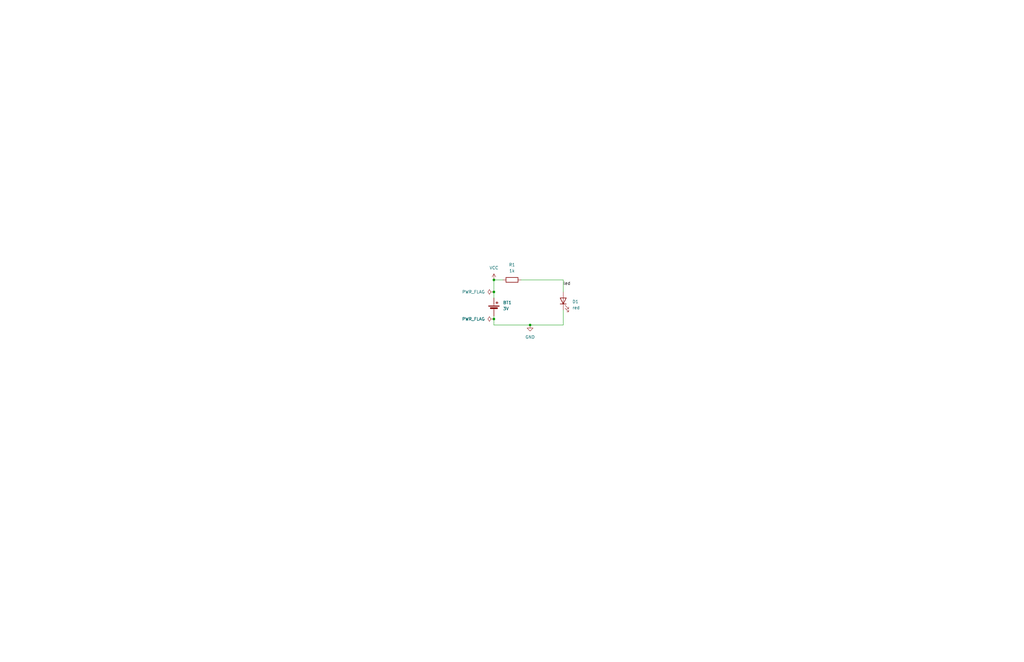
<source format=kicad_sch>
(kicad_sch (version 20231120) (generator "eeschema") (generator_version "8.0")
  (paper "B")
  (title_block (title "Learning KiCAD 8.0") (date "2024-07-26") (rev "0"))
  (lib_symbols
    (symbol "Device:Battery_Cell" (pin_numbers hide) (pin_names (offset 0) hide)
      (property "Reference" "BT" (at 2.54 2.54 0))
      (property "Value" "Battery_Cell" (at 2.54 0 0))
      (symbol "Battery_Cell_0_1"
        (rectangle (start -2.286 1.778) (end 2.286 1.524) (fill (type outline)))
        (rectangle (start -1.524 1.016) (end 1.524 0.508) (fill (type outline)))
        (polyline (pts (xy 0 0.762) (xy 0 0)))
        (polyline (pts (xy 0 1.778) (xy 0 2.54)))
        (polyline (pts (xy 0.762 3.048) (xy 1.778 3.048)) (stroke (width 0.254)))
        (polyline (pts (xy 1.27 3.556) (xy 1.27 2.54)) (stroke (width 0.254)))
      )
      (symbol "Battery_Cell_1_1"
        (pin passive line (at 0 5.08 270) (length 2.54) (name "+") (number "1"))
        (pin passive line (at 0 -2.54 90) (length 2.54) (name "-") (number "2"))
      )
    )
    (symbol "Device:LED" (pin_numbers hide) (pin_names (offset 1.016) hide)
      (property "Reference" "D" (at 0 2.54 0))
      (property "Value" "LED" (at 0 -2.54 0))
      (symbol "LED_0_1"
        (polyline (pts (xy -1.27 -1.27) (xy -1.27 1.27)) (stroke (width 0.254)))
        (polyline (pts (xy -1.27 0) (xy 1.27 0)))
        (polyline (pts (xy 1.27 -1.27) (xy 1.27 1.27) (xy -1.27 0) (xy 1.27 -1.27)) (stroke (width 0.254)))
        (polyline (pts (xy -3.048 -0.762) (xy -4.572 -2.286) (xy -3.81 -2.286) (xy -4.572 -2.286) (xy -4.572 -1.524)))
        (polyline (pts (xy -1.778 -0.762) (xy -3.302 -2.286) (xy -2.54 -2.286) (xy -3.302 -2.286) (xy -3.302 -1.524)))
      )
      (symbol "LED_1_1"
        (pin passive line (at -3.81 0 0) (length 2.54) (name "K") (number "1"))
        (pin passive line (at 3.81 0 180) (length 2.54) (name "A") (number "2"))
      )
    )
    (symbol "Device:R" (pin_numbers hide) (pin_names (offset 0))
      (property "Reference" "R" (at 2.032 0 90))
      (property "Value" "R" (at 0 0 90))
      (symbol "R_0_1"
        (rectangle (start -1.016 -2.54) (end 1.016 2.54) (stroke (width 0.254)))
      )
      (symbol "R_1_1"
        (pin passive line (at 0 3.81 270) (length 1.27) (name "~") (number "1"))
        (pin passive line (at 0 -3.81 90) (length 1.27) (name "~") (number "2"))
      )
    )
    (symbol "power:GND" (power) (pin_numbers hide) (pin_names (offset 0) hide)
      (property "Value" "GND" (at 0 -3.81 0))
      (symbol "GND_0_1"
        (polyline (pts (xy 0 0) (xy 0 -1.27) (xy 1.27 -1.27) (xy 0 -2.54) (xy -1.27 -1.27) (xy 0 -1.27)))
      )
      (symbol "GND_1_1"
        (pin power_in line (at 0 0 270) (length 0) (name "~") (number "1"))
      )
    )
    (symbol "power:PWR_FLAG" (power) (pin_numbers hide) (pin_names (offset 0) hide)
      (property "Value" "PWR_FLAG" (at 0 3.81 0))
      (symbol "PWR_FLAG_0_0"
        (pin power_out line (at 0 0 90) (length 0) (name "~") (number "1"))
      )
      (symbol "PWR_FLAG_0_1"
        (polyline (pts (xy 0 0) (xy 0 1.27) (xy -1.016 1.905) (xy 0 2.54) (xy 1.016 1.905) (xy 0 1.27)))
      )
    )
    (symbol "power:VCC" (power) (pin_numbers hide) (pin_names (offset 0) hide)
      (property "Value" "VCC" (at 0 3.556 0))
      (symbol "VCC_0_1"
        (polyline (pts (xy -0.762 1.27) (xy 0 2.54)))
        (polyline (pts (xy 0 0) (xy 0 2.54)))
        (polyline (pts (xy 0 2.54) (xy 0.762 1.27)))
      )
      (symbol "VCC_1_1"
        (pin power_in line (at 0 0 90) (length 0) (name "~") (number "1"))
      )
    )
  )
  (junction (at 223.52 137.16))
  (junction (at 208.28 118.11))
  (junction (at 208.28 134.62))
  (junction (at 208.28 123.19))
  (wire (pts (xy 237.49 118.11) (xy 237.49 123.19)))
  (wire (pts (xy 208.28 134.62) (xy 208.28 133.35)))
  (wire (pts (xy 223.52 137.16) (xy 208.28 137.16)))
  (wire (pts (xy 208.28 125.73) (xy 208.28 123.19)))
  (wire (pts (xy 208.28 123.19) (xy 208.28 118.11)))
  (wire (pts (xy 237.49 137.16) (xy 223.52 137.16)))
  (wire (pts (xy 219.71 118.11) (xy 237.49 118.11)))
  (wire (pts (xy 208.28 137.16) (xy 208.28 134.62)))
  (wire (pts (xy 237.49 130.81) (xy 237.49 137.16)))
  (wire (pts (xy 208.28 118.11) (xy 212.09 118.11)))
  (label "led" (at 237.49 120.65 0))
  (symbol (lib_id "Device:LED") (at 237.49 127 90) (unit 1)
    (property "Reference" "D1" (at 241.3 127.3174 90) (effects (justify right)))
    (property "Value" "red" (at 241.3 129.8574 90) (effects (justify right)))
    (property "Footprint" "LED_THT:LED_D5.0mm" (effects (hide yes)))
    (property "Description" "Light emitting diode" (effects (hide yes)))
  )
  (symbol (lib_id "power:PWR_FLAG") (at 208.28 134.62 90) (unit 1)
    (property "Reference" "#FLG02" (effects (hide yes)))
    (property "Value" "PWR_FLAG" (at 204.47 134.6199 90) (effects (justify left)))
    (property "Description" "Special symbol for telling ERC where power comes from" (effects (hide yes)))
  )
  (symbol (lib_id "Device:Battery_Cell") (at 208.28 130.81 0) (unit 1)
    (property "Reference" "BT1" (at 212.09 127.6984 0) (effects (justify left)))
    (property "Value" "3V" (at 212.09 130.2384 0) (effects (justify left)))
    (property "Footprint" "Battery:BatteryHolder_Keystone_1058_1x2032" (effects (hide yes)))
    (property "Description" "Single-cell battery" (effects (hide yes)))
  )
  (symbol (lib_id "power:VCC") (at 208.28 118.11 0) (unit 1)
    (property "Reference" "#PWR02" (effects (hide yes)))
    (property "Value" "VCC" (at 208.28 113.03 0))
    (property "Description" "Power symbol creates a global label with name \"VCC\"" (effects (hide yes)))
  )
  (symbol (lib_id "power:PWR_FLAG") (at 208.28 123.19 90) (unit 1)
    (property "Reference" "#FLG01" (effects (hide yes)))
    (property "Value" "PWR_FLAG" (at 204.47 123.1899 90) (effects (justify left)))
    (property "Description" "Special symbol for telling ERC where power comes from" (effects (hide yes)))
  )
  (symbol (lib_id "power:GND") (at 223.52 137.16 0) (unit 1)
    (property "Reference" "#PWR01" (effects (hide yes)))
    (property "Value" "GND" (at 223.52 142.24 0))
    (property "Description" "Power symbol creates a global label with name \"GND\" , ground" (effects (hide yes)))
  )
  (symbol (lib_id "Device:R") (at 215.9 118.11 90) (unit 1)
    (property "Reference" "R1" (at 215.9 111.76 90))
    (property "Value" "1k" (at 215.9 114.3 90))
    (property "Footprint" "Resistor_THT:R_Axial_DIN0309_L9.0mm_D3.2mm_P12.70mm_Horizontal" (effects (hide yes)))
    (property "Description" "Resistor" (effects (hide yes)))
  )
)
</source>
